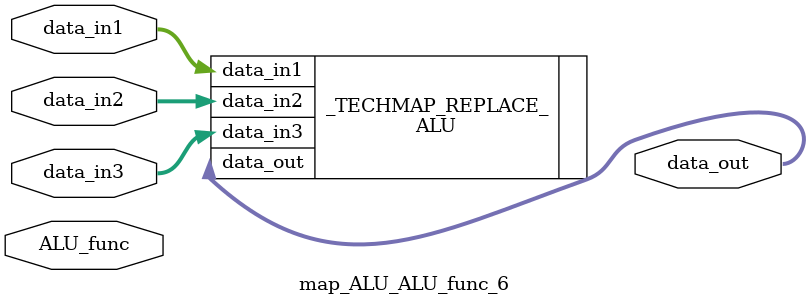
<source format=v>
(* techmap_celltype = "ALU_ALU_func_0" *)
module map_ALU_ALU_func_0 #(
)
(
    input wire[2:0] ALU_func,
    input wire[31:0] data_in1,
    input wire[31:0] data_in2,
    input wire[31:0] data_in3,
    output reg[31:0] data_out
);

generate
    ALU #(
        .ALU_func(1'd0)
    ) _TECHMAP_REPLACE_ (
        .data_in1(data_in1),
        .data_in2(data_in2),
        .data_in3(data_in3),
        .data_out(data_out)
    );

endgenerate

endmodule

(* techmap_celltype = "ALU_ALU_func_1" *)
module map_ALU_ALU_func_1 #(
)
(
    input wire[2:0] ALU_func,
    input wire[31:0] data_in1,
    input wire[31:0] data_in2,
    input wire[31:0] data_in3,
    output reg[31:0] data_out
);

generate
    ALU #(
        .ALU_func(1'd1)
    ) _TECHMAP_REPLACE_ (
        .data_in1(data_in1),
        .data_in2(data_in2),
        .data_in3(data_in3),
        .data_out(data_out)
    );

endgenerate

endmodule

(* techmap_celltype = "ALU_ALU_func_2" *)
module map_ALU_ALU_func_2 #(
)
(
    input wire[2:0] ALU_func,
    input wire[31:0] data_in1,
    input wire[31:0] data_in2,
    input wire[31:0] data_in3,
    output reg[31:0] data_out
);

generate
    ALU #(
        .ALU_func(2'd2)
    ) _TECHMAP_REPLACE_ (
        .data_in1(data_in1),
        .data_in2(data_in2),
        .data_in3(data_in3),
        .data_out(data_out)
    );

endgenerate

endmodule

(* techmap_celltype = "ALU_ALU_func_3" *)
module map_ALU_ALU_func_3 #(
)
(
    input wire[2:0] ALU_func,
    input wire[31:0] data_in1,
    input wire[31:0] data_in2,
    input wire[31:0] data_in3,
    output reg[31:0] data_out
);

generate
    ALU #(
        .ALU_func(2'd3)
    ) _TECHMAP_REPLACE_ (
        .data_in1(data_in1),
        .data_in2(data_in2),
        .data_in3(data_in3),
        .data_out(data_out)
    );

endgenerate

endmodule

(* techmap_celltype = "ALU_ALU_func_4" *)
module map_ALU_ALU_func_4 #(
)
(
    input wire[2:0] ALU_func,
    input wire[31:0] data_in1,
    input wire[31:0] data_in2,
    input wire[31:0] data_in3,
    output reg[31:0] data_out
);

generate
    ALU #(
        .ALU_func(3'd4)
    ) _TECHMAP_REPLACE_ (
        .data_in1(data_in1),
        .data_in2(data_in2),
        .data_in3(data_in3),
        .data_out(data_out)
    );

endgenerate

endmodule

(* techmap_celltype = "ALU_ALU_func_5" *)
module map_ALU_ALU_func_5 #(
)
(
    input wire[2:0] ALU_func,
    input wire[31:0] data_in1,
    input wire[31:0] data_in2,
    input wire[31:0] data_in3,
    output reg[31:0] data_out
);

generate
    ALU #(
        .ALU_func(3'd5)
    ) _TECHMAP_REPLACE_ (
        .data_in1(data_in1),
        .data_in2(data_in2),
        .data_in3(data_in3),
        .data_out(data_out)
    );

endgenerate

endmodule

(* techmap_celltype = "ALU_ALU_func_6" *)
module map_ALU_ALU_func_6 #(
)
(
    input wire[2:0] ALU_func,
    input wire[31:0] data_in1,
    input wire[31:0] data_in2,
    input wire[31:0] data_in3,
    output reg[31:0] data_out
);

generate
    ALU #(
        .ALU_func(3'd6)
    ) _TECHMAP_REPLACE_ (
        .data_in1(data_in1),
        .data_in2(data_in2),
        .data_in3(data_in3),
        .data_out(data_out)
    );

endgenerate

endmodule


</source>
